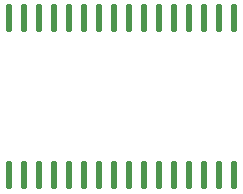
<source format=gbp>
G04 Layer: BottomPasteMaskLayer*
G04 EasyEDA v6.5.51, 2025-09-14 18:22:56*
G04 65470a2a99dd484cb8e495e3fbabed1f,d25947a9a65e436e8dba57a0ec84572b,10*
G04 Gerber Generator version 0.2*
G04 Scale: 100 percent, Rotated: No, Reflected: No *
G04 Dimensions in millimeters *
G04 leading zeros omitted , absolute positions ,4 integer and 5 decimal *
%FSLAX45Y45*%
%MOMM*%

%ADD10O,0.58801X2.39649*%
%ADD11O,0.0116X2.39649*%

%LPD*%
D10*
G01*
X8356600Y-4017871D03*
G01*
X8229600Y-4017871D03*
G01*
X8102600Y-4017871D03*
G01*
X7975600Y-4017871D03*
G01*
X7848600Y-4017871D03*
G01*
X7721600Y-4017871D03*
G01*
X7594600Y-4017871D03*
G01*
X7467600Y-4017871D03*
G01*
X7340600Y-4017871D03*
G01*
X7213600Y-4017871D03*
G01*
X7086600Y-4017871D03*
G01*
X6959600Y-4017871D03*
G01*
X6832600Y-4017871D03*
G01*
X6705600Y-4017871D03*
G01*
X6578600Y-4017871D03*
G01*
X6451600Y-4017871D03*
G01*
X8356600Y-2687723D03*
G01*
X8229600Y-2687723D03*
G01*
X8102600Y-2687723D03*
G01*
X7975600Y-2687723D03*
G01*
X7848600Y-2687723D03*
G01*
X7721600Y-2687723D03*
G01*
X7594600Y-2687723D03*
G01*
X7467600Y-2687723D03*
G01*
X7340600Y-2687723D03*
G01*
X7213600Y-2687723D03*
G01*
X7086600Y-2687723D03*
G01*
X6959600Y-2687723D03*
G01*
X6832600Y-2687723D03*
G01*
X6705600Y-2687723D03*
G01*
X6578600Y-2687723D03*
G01*
X6451600Y-2687723D03*
M02*

</source>
